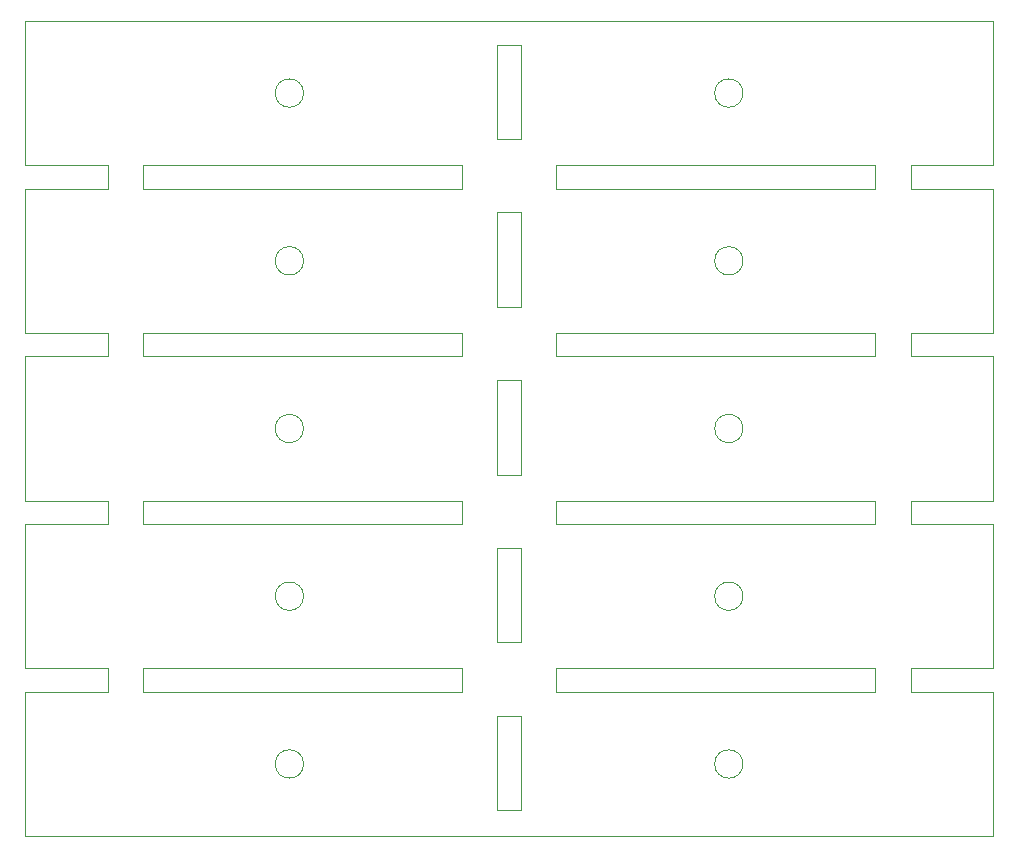
<source format=gbr>
%TF.GenerationSoftware,KiCad,Pcbnew,7.0.7*%
%TF.CreationDate,2023-09-18T18:06:58+02:00*%
%TF.ProjectId,attiny-usb_panel,61747469-6e79-42d7-9573-625f70616e65,rev?*%
%TF.SameCoordinates,Original*%
%TF.FileFunction,Profile,NP*%
%FSLAX46Y46*%
G04 Gerber Fmt 4.6, Leading zero omitted, Abs format (unit mm)*
G04 Created by KiCad (PCBNEW 7.0.7) date 2023-09-18 18:06:58*
%MOMM*%
%LPD*%
G01*
G04 APERTURE LIST*
%TA.AperFunction,Profile*%
%ADD10C,0.100000*%
%TD*%
G04 APERTURE END LIST*
D10*
X140000000Y-55400000D02*
X133000000Y-55400000D01*
X133000000Y-57400000D01*
X140000000Y-57400000D01*
X140000000Y-69600000D01*
X133000000Y-69600000D01*
X133000000Y-71600000D01*
X140000000Y-71600000D01*
X140000000Y-83800000D01*
X133000000Y-83800000D01*
X133000000Y-85800000D01*
X140000000Y-85800000D01*
X140000000Y-98000000D01*
X133000000Y-98000000D01*
X133000000Y-100000000D01*
X140000000Y-100000000D01*
X140000000Y-112200000D01*
X58000000Y-112200000D01*
X58000000Y-100000000D01*
X65000000Y-100000000D01*
X65000000Y-98000000D01*
X58000000Y-98000000D01*
X58000000Y-85800000D01*
X65000000Y-85800000D01*
X65000000Y-83800000D01*
X58000000Y-83800000D01*
X58000000Y-71600000D01*
X65000000Y-71600000D01*
X65000000Y-69600000D01*
X58000000Y-69600000D01*
X58000000Y-57400000D01*
X65000000Y-57400000D01*
X65000000Y-55400000D01*
X58000000Y-55400000D01*
X58000000Y-43200000D01*
X140000000Y-43200000D01*
X140000000Y-55400000D01*
X98000000Y-45200000D02*
X100000000Y-45200000D01*
X100000000Y-53200000D01*
X98000000Y-53200000D01*
X98000000Y-45200000D01*
X81598000Y-49300000D02*
G75*
G03*
X81598000Y-49300000I-1200000J0D01*
G01*
X118802000Y-49300000D02*
G75*
G03*
X118802000Y-49300000I-1200000J0D01*
G01*
X98000000Y-59400000D02*
X100000000Y-59400000D01*
X100000000Y-67400000D01*
X98000000Y-67400000D01*
X98000000Y-59400000D01*
X68000000Y-55400000D02*
X95000000Y-55400000D01*
X95000000Y-57400000D01*
X68000000Y-57400000D01*
X68000000Y-55400000D01*
X81598000Y-63500000D02*
G75*
G03*
X81598000Y-63500000I-1200000J0D01*
G01*
X103000000Y-55400000D02*
X130000000Y-55400000D01*
X130000000Y-57400000D01*
X103000000Y-57400000D01*
X103000000Y-55400000D01*
X118802000Y-63500000D02*
G75*
G03*
X118802000Y-63500000I-1200000J0D01*
G01*
X98000000Y-73600000D02*
X100000000Y-73600000D01*
X100000000Y-81600000D01*
X98000000Y-81600000D01*
X98000000Y-73600000D01*
X68000000Y-69600000D02*
X95000000Y-69600000D01*
X95000000Y-71600000D01*
X68000000Y-71600000D01*
X68000000Y-69600000D01*
X81598000Y-77700000D02*
G75*
G03*
X81598000Y-77700000I-1200000J0D01*
G01*
X103000000Y-69600000D02*
X130000000Y-69600000D01*
X130000000Y-71600000D01*
X103000000Y-71600000D01*
X103000000Y-69600000D01*
X118802000Y-77700000D02*
G75*
G03*
X118802000Y-77700000I-1200000J0D01*
G01*
X98000000Y-87800000D02*
X100000000Y-87800000D01*
X100000000Y-95800000D01*
X98000000Y-95800000D01*
X98000000Y-87800000D01*
X68000000Y-83800000D02*
X95000000Y-83800000D01*
X95000000Y-85800000D01*
X68000000Y-85800000D01*
X68000000Y-83800000D01*
X81598000Y-91900000D02*
G75*
G03*
X81598000Y-91900000I-1200000J0D01*
G01*
X103000000Y-83800000D02*
X130000000Y-83800000D01*
X130000000Y-85800000D01*
X103000000Y-85800000D01*
X103000000Y-83800000D01*
X118802000Y-91900000D02*
G75*
G03*
X118802000Y-91900000I-1200000J0D01*
G01*
X68000000Y-98000000D02*
X95000000Y-98000000D01*
X95000000Y-100000000D01*
X68000000Y-100000000D01*
X68000000Y-98000000D01*
X98000000Y-102000000D02*
X100000000Y-102000000D01*
X100000000Y-110000000D01*
X98000000Y-110000000D01*
X98000000Y-102000000D01*
X81598000Y-106100000D02*
G75*
G03*
X81598000Y-106100000I-1200000J0D01*
G01*
X103000000Y-98000000D02*
X130000000Y-98000000D01*
X130000000Y-100000000D01*
X103000000Y-100000000D01*
X103000000Y-98000000D01*
X118802000Y-106100000D02*
G75*
G03*
X118802000Y-106100000I-1200000J0D01*
G01*
M02*

</source>
